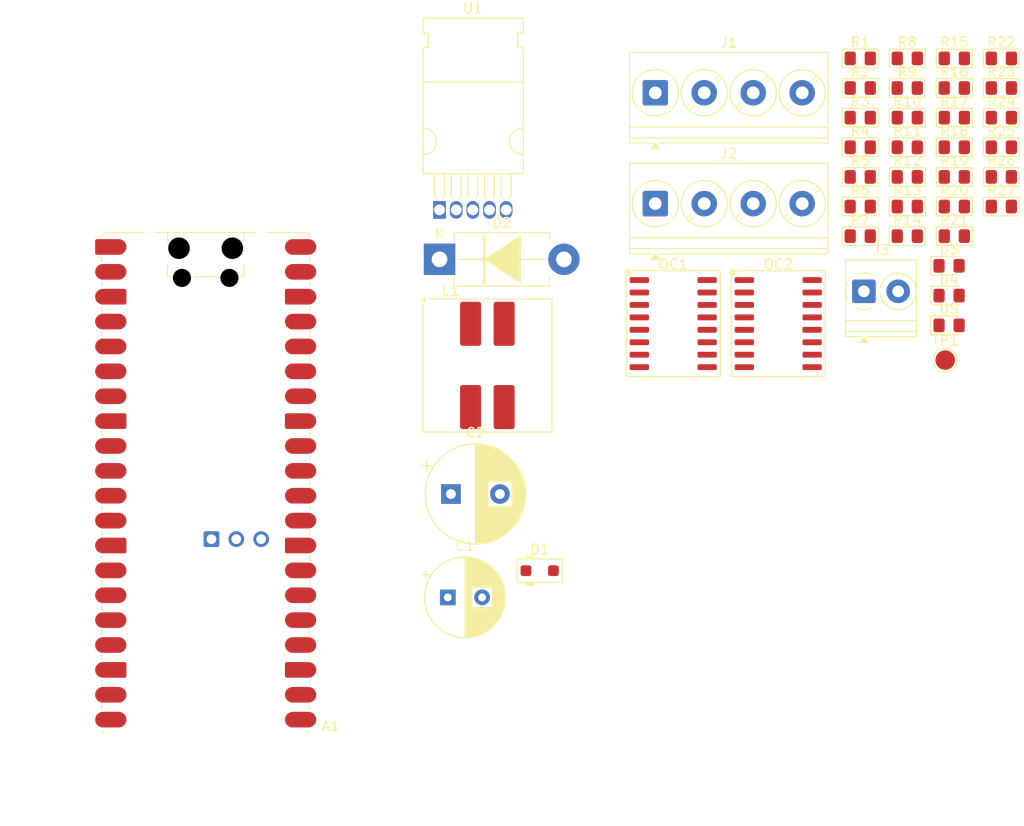
<source format=kicad_pcb>
(kicad_pcb (version 20241229) (generator "pcbnew") (generator_version "9.0")
  (layers (0 "F.Cu" signal) (2 "B.Cu" signal) (13 "F.Paste" user) (15 "B.Paste" user) (5 "F.SilkS" user "F.Silkscreen") (7 "B.SilkS" user "B.Silkscreen") (1 "F.Mask" user) (3 "B.Mask" user) (25 "Edge.Cuts" user))
  (net 0 "")
  (net 1 "SDA1")
  (net 2 "TX")
  (net 3 "RX")
  (net 4 "I1.3")
  (net 5 "GND")
  (net 6 "C0")
  (net 8 "SCL2")
  (net 9 "SCL1")
  (net 10 "Net-(A1-VSYS)")
  (net 11 "ADC2")
  (net 12 "+3.3V")
  (net 13 "I0.0")
  (net 14 "T1")
  (net 15 "I0.1")
  (net 16 "ADC0")
  (net 17 "I0.2")
  (net 18 "C1")
  (net 20 "I1.0")
  (net 21 "ADC1")
  (net 23 "I1.2")
  (net 24 "T3")
  (net 25 "C2")
  (net 26 "C3")
  (net 27 "SDA2")
  (net 28 "T2")
  (net 30 "I0.3")
  (net 31 "SystemLED")
  (net 32 "I1.1")
  (net 33 "T0")
  (net 34 "Net-(D3-K)")
  (net 35 "+24V")
  (net 36 "Net-(D4-K)")
  (net 37 "+5V")
  (net 38 "Net-(D2-K)")
  (net 39 "Net-(L1-Pad2)")
  (net 40 "Net-(D5-A)")
  (net 41 "Net-(J1-Pad1)")
  (net 42 "Net-(J1-Pad3)")
  (net 43 "Net-(J1-Pad4)")
  (net 44 "Net-(J1-Pad2)")
  (net 45 "Net-(J2-Pad3)")
  (net 46 "Net-(J2-Pad1)")
  (net 47 "Net-(J2-Pad2)")
  (net 48 "Net-(J2-Pad4)")
  (net 49 "Net-(J3-Pad1)")
  (net 50 "Net-(J3-Pad2)")
  (net 51 "Net-(OC1-Pad14)")
  (net 52 "Net-(OC1-Pad1)")
  (net 53 "Net-(OC1-Pad3)")
  (net 54 "Net-(OC1-Pad10)")
  (net 55 "Net-(OC1-Pad12)")
  (net 56 "Net-(OC1-Pad7)")
  (net 57 "Net-(OC1-Pad16)")
  (net 58 "Net-(OC1-Pad5)")
  (net 59 "Net-(OC2-Pad10)")
  (net 60 "Net-(OC2-Pad7)")
  (net 61 "Net-(OC2-Pad1)")
  (net 62 "Net-(OC2-Pad5)")
  (net 63 "Net-(OC2-Pad14)")
  (net 64 "Net-(OC2-Pad3)")
  (net 65 "Net-(OC2-Pad16)")
  (net 66 "Net-(OC2-Pad12)")
  (footprint "PCM_Resistor_SMD_AKL:R_0805_2012Metric_Pad1.15x1.40mm_HandSolder" (layer "F.Cu") (at 125.1295 61.3475)
    (property "Reference" "R14" (at 0 -1.65 0) (layer "F.SilkS"))
    (property "Value" "500")
    (pad "1" smd roundrect (at -1.025 0) (size 1.15 1.4) (layers "F.Cu" "F.Mask" "F.Paste") (roundrect_rratio 0.217391) (net 55 "Net-(OC1-Pad12)"))
    (pad "2" smd roundrect (at 1.025 0) (size 1.15 1.4) (layers "F.Cu" "F.Mask" "F.Paste") (roundrect_rratio 0.217391) (net 37 "+5V"))
  )
  (footprint "TestPoint:TestPoint_Pad_D2.0mm" (layer "F.Cu") (at 129 74)
    (property "Reference" "TP1" (at 0 -1.998 0) (layer "F.SilkS"))
    (property "Value" "TestPoint")
    (pad "1" smd circle (at 0 0) (size 2 2) (layers "F.Cu" "F.Mask") (net 37 "+5V"))
  )
  (footprint "PCM_Resistor_SMD_AKL:R_0805_2012Metric_Pad1.15x1.40mm_HandSolder" (layer "F.Cu") (at 129.9325 46.2225)
    (property "Reference" "R16" (at 0 -1.65 0) (layer "F.SilkS"))
    (property "Value" "500")
    (pad "1" smd roundrect (at -1.025 0) (size 1.15 1.4) (layers "F.Cu" "F.Mask" "F.Paste") (roundrect_rratio 0.217391) (net 65 "Net-(OC2-Pad16)"))
    (pad "2" smd roundrect (at 1.025 0) (size 1.15 1.4) (layers "F.Cu" "F.Mask" "F.Paste") (roundrect_rratio 0.217391) (net 37 "+5V"))
  )
  (footprint "PCM_Resistor_SMD_AKL:R_0805_2012Metric_Pad1.15x1.40mm_HandSolder" (layer "F.Cu") (at 120.3265 49.2475)
    (property "Reference" "R3" (at 0 -1.65 0) (layer "F.SilkS"))
    (property "Value" "100")
    (pad "1" smd roundrect (at -1.025 0) (size 1.15 1.4) (layers "F.Cu" "F.Mask" "F.Paste") (roundrect_rratio 0.217391) (net 36 "Net-(D4-K)"))
    (pad "2" smd roundrect (at 1.025 0) (size 1.15 1.4) (layers "F.Cu" "F.Mask" "F.Paste") (roundrect_rratio 0.217391) (net 5 "GND"))
  )
  (footprint "PCM_Resistor_SMD_AKL:R_0805_2012Metric_Pad1.15x1.40mm_HandSolder" (layer "F.Cu") (at 134.7355 43.1975)
    (property "Reference" "R22" (at 0 -1.65 0) (layer "F.SilkS"))
    (property "Value" "500")
    (pad "1" smd roundrect (at -1.025 0) (size 1.15 1.4) (layers "F.Cu" "F.Mask" "F.Paste") (roundrect_rratio 0.217391) (net 17 "I0.2"))
    (pad "2" smd roundrect (at 1.025 0) (size 1.15 1.4) (layers "F.Cu" "F.Mask" "F.Paste") (roundrect_rratio 0.217391) (net 5 "GND"))
  )
  (footprint "PCM_Diode_THT_AKL:D_DO-201AD_P12.70mm_Horizontal" (layer "F.Cu") (at 77.375 63.715)
    (property "Reference" "D2" (at 6.35 -3.72 0) (layer "F.SilkS"))
    (property "Value" "1N5822" (hide yes))
    (fp_text user "K" (at 0 -2.6 0) (layer "F.SilkS"))
    (pad "1" thru_hole rect (at 0 0) (size 3.2 3.2) (drill 1.6) (layers "*.Cu" "*.Mask") (net 38 "Net-(D2-K)"))
    (pad "2" thru_hole oval (at 12.7 0) (size 3.2 3.2) (drill 1.6) (layers "*.Cu" "*.Mask") (net 5 "GND"))
  )
  (footprint "Capacitor_THT:CP_Radial_D10.0mm_P5.00mm" (layer "F.Cu") (at 78.539646 87.675)
    (property "Reference" "C2" (at 2.5 -6.25 0) (layer "F.SilkS"))
    (property "Value" "1000uF_16V")
    (pad "1" thru_hole rect (at 0 0) (size 2 2) (drill 1) (layers "*.Cu" "*.Mask") (net 37 "+5V"))
    (pad "2" thru_hole circle (at 5 0) (size 2 2) (drill 1) (layers "*.Cu" "*.Mask") (net 5 "GND"))
  )
  (footprint "PCM_Resistor_SMD_AKL:R_0805_2012Metric_Pad1.15x1.40mm_HandSolder" (layer "F.Cu") (at 125.1295 52.2725)
    (property "Reference" "R11" (at 0 -1.65 0) (layer "F.SilkS"))
    (property "Value" "3.3k")
    (pad "1" smd roundrect (at -1.025 0) (size 1.15 1.4) (layers "F.Cu" "F.Mask" "F.Paste") (roundrect_rratio 0.217391) (net 46 "Net-(J2-Pad1)"))
    (pad "2" smd roundrect (at 1.025 0) (size 1.15 1.4) (layers "F.Cu" "F.Mask" "F.Paste") (roundrect_rratio 0.217391) (net 60 "Net-(OC2-Pad7)"))
  )
  (footprint "LED_SMD:LED_0805_2012Metric_Pad1.15x1.40mm_HandSolder" (layer "F.Cu") (at 129.395 67.415)
    (property "Reference" "D4" (at 0 -1.65 0) (layer "F.SilkS"))
    (property "Value" "System LED (Green)")
    (pad "1" smd roundrect (at -1.025 0) (size 1.15 1.4) (layers "F.Cu" "F.Mask" "F.Paste") (roundrect_rratio 0.217391) (net 36 "Net-(D4-K)"))
    (pad "2" smd roundrect (at 1.025 0) (size 1.15 1.4) (layers "F.Cu" "F.Mask" "F.Paste") (roundrect_rratio 0.217391) (net 31 "SystemLED"))
  )
  (footprint "PCM_Inductor_SMD_AKL:L_Bourns_SRF1260" (layer "F.Cu") (at 82.2555 74.5455)
    (property "Reference" "L1" (at -3.75 -7.6 0) (layer "F.SilkS"))
    (property "Value" "DRQ127-101-R" (hide yes))
    (pad "1" smd roundrect (at -1.715 -4.25) (size 2.15 4.5) (layers "F.Cu" "F.Mask" "F.Paste") (roundrect_rratio 0.1162790698) (net 38 "Net-(D2-K)"))
    (pad "2" smd roundrect (at 1.715 -4.25) (size 2.15 4.5) (layers "F.Cu" "F.Mask" "F.Paste") (roundrect_rratio 0.1162790698) (net 39 "Net-(L1-Pad2)"))
    (pad "3" smd roundrect (at 1.715 4.25) (size 2.15 4.5) (layers "F.Cu" "F.Mask" "F.Paste") (roundrect_rratio 0.1162790698) (net 39 "Net-(L1-Pad2)"))
    (pad "4" smd roundrect (at -1.715 4.25) (size 2.15 4.5) (layers "F.Cu" "F.Mask" "F.Paste") (roundrect_rratio 0.1162790698) (net 37 "+5V"))
  )
  (footprint "PCM_Resistor_SMD_AKL:R_0805_2012Metric_Pad1.15x1.40mm_HandSolder" (layer "F.Cu") (at 120.3265 58.3225)
    (property "Reference" "R6" (at 0 -1.65 0) (layer "F.SilkS"))
    (property "Value" "3.3k")
    (pad "1" smd roundrect (at -1.025 0) (size 1.15 1.4) (layers "F.Cu" "F.Mask" "F.Paste") (roundrect_rratio 0.217391) (net 44 "Net-(J1-Pad2)"))
    (pad "2" smd roundrect (at 1.025 0) (size 1.15 1.4) (layers "F.Cu" "F.Mask" "F.Paste") (roundrect_rratio 0.217391) (net 58 "Net-(OC1-Pad5)"))
  )
  (footprint "TerminalBlock_Phoenix:TerminalBlock_Phoenix_PT-1,5-2-3.5-H_1x02_P3.50mm_Horizontal" (layer "F.Cu") (at 120.7 66.98)
    (property "Reference" "J3" (at 1.75 -4.22 0) (layer "F.SilkS"))
    (property "Value" "Common terminals")
    (pad "1" thru_hole roundrect (at 0 0) (size 2.4 2.4) (drill 1.2) (layers "*.Cu" "*.Mask") (roundrect_rratio 0.104167) (net 49 "Net-(J3-Pad1)"))
    (pad "2" thru_hole circle (at 3.5 0) (size 2.4 2.4) (drill 1.2) (layers "*.Cu" "*.Mask") (net 50 "Net-(J3-Pad2)"))
  )
  (footprint "LED_SMD:LED_0805_2012Metric_Pad1.15x1.40mm_HandSolder" (layer "F.Cu") (at 129.395 70.455)
    (property "Reference" "D5" (at 0 -1.65 0) (layer "F.SilkS"))
    (property "Value" "System LED (Red)")
    (pad "1" smd roundrect (at -1.025 0) (size 1.15 1.4) (layers "F.Cu" "F.Mask" "F.Paste") (roundrect_rratio 0.217391) (net 31 "SystemLED"))
    (pad "2" smd roundrect (at 1.025 0) (size 1.15 1.4) (layers "F.Cu" "F.Mask" "F.Paste") (roundrect_rratio 0.217391) (net 40 "Net-(D5-A)"))
  )
  (footprint "PCM_Resistor_SMD_AKL:R_0805_2012Metric_Pad1.15x1.40mm_HandSolder" (layer "F.Cu") (at 134.7355 58.3225)
    (property "Reference" "R27" (at 0 -1.65 0) (layer "F.SilkS"))
    (property "Value" "500")
    (pad "1" smd roundrect (at -1.025 0) (size 1.15 1.4) (layers "F.Cu" "F.Mask" "F.Paste") (roundrect_rratio 0.217391) (net 4 "I1.3"))
    (pad "2" smd roundrect (at 1.025 0) (size 1.15 1.4) (layers "F.Cu" "F.Mask" "F.Paste") (roundrect_rratio 0.217391) (net 5 "GND"))
  )
  (footprint "PCM_Resistor_SMD_AKL:R_0805_2012Metric_Pad1.15x1.40mm_HandSolder" (layer "F.Cu") (at 125.1295 55.2975)
    (property "Reference" "R12" (at 0 -1.65 0) (layer "F.SilkS"))
    (property "Value" "500")
    (pad "1" smd roundrect (at -1.025 0) (size 1.15 1.4) (layers "F.Cu" "F.Mask" "F.Paste") (roundrect_rratio 0.217391) (net 57 "Net-(OC1-Pad16)"))
    (pad "2" smd roundrect (at 1.025 0) (size 1.15 1.4) (layers "F.Cu" "F.Mask" "F.Paste") (roundrect_rratio 0.217391) (net 37 "+5V"))
  )
  (footprint "TerminalBlock_Phoenix:TerminalBlock_Phoenix_PT-1,5-4-5.0-H_1x04_P5.00mm_Horizontal" (layer "F.Cu") (at 99.4 58.025)
    (property "Reference" "J2" (at 7.5 -5.12 0) (layer "F.SilkS"))
    (property "Value" "Input cluster 1")
    (pad "1" thru_hole roundrect (at 0 0) (size 2.6 2.6) (drill 1.3) (layers "*.Cu" "*.Mask") (roundrect_rratio 0.096154) (net 46 "Net-(J2-Pad1)"))
    (pad "2" thru_hole circle (at 5 0) (size 2.6 2.6) (drill 1.3) (layers "*.Cu" "*.Mask") (net 47 "Net-(J2-Pad2)"))
    (pad "3" thru_hole circle (at 10 0) (size 2.6 2.6) (drill 1.3) (layers "*.Cu" "*.Mask") (net 45 "Net-(J2-Pad3)"))
    (pad "4" thru_hole circle (at 15 0) (size 2.6 2.6) (drill 1.3) (layers "*.Cu" "*.Mask") (net 48 "Net-(J2-Pad4)"))
  )
  (footprint "PCM_Resistor_SMD_AKL:R_0805_2012Metric_Pad1.15x1.40mm_HandSolder" (layer "F.Cu") (at 120.3265 43.1975)
    (property "Reference" "R1" (at 0 -1.65 0) (layer "F.SilkS"))
    (property "Value" "220")
    (pad "1" smd roundrect (at -1.025 0) (size 1.15 1.4) (layers "F.Cu" "F.Mask" "F.Paste") (roundrect_rratio 0.217391) (net 34 "Net-(D3-K)"))
    (pad "2" smd roundrect (at 1.025 0) (size 1.15 1.4) (layers "F.Cu" "F.Mask" "F.Paste") (roundrect_rratio 0.217391) (net 5 "GND"))
  )
  (footprint "PCM_Resistor_SMD_AKL:R_0805_2012Metric_Pad1.15x1.40mm_HandSolder" (layer "F.Cu") (at 134.7355 46.2225)
    (property "Reference" "R23" (at 0 -1.65 0) (layer "F.SilkS"))
    (property "Value" "500")
    (pad "1" smd roundrect (at -1.025 0) (size 1.15 1.4) (layers "F.Cu" "F.Mask" "F.Paste") (roundrect_rratio 0.217391) (net 30 "I0.3"))
    (pad "2" smd roundrect (at 1.025 0) (size 1.15 1.4) (layers "F.Cu" "F.Mask" "F.Paste") (roundrect_rratio 0.217391) (net 5 "GND"))
  )
  (footprint "Capacitor_THT:CP_Radial_D8.0mm_P3.50mm" (layer "F.Cu") (at 78.219698 98.225)
    (property "Reference" "C1" (at 1.75 -5.25 0) (layer "F.SilkS"))
    (property "Value" "100uF_50V")
    (pad "1" thru_hole rect (at 0 0) (size 1.6 1.6) (drill 0.8) (layers "*.Cu" "*.Mask") (net 35 "+24V"))
    (pad "2" thru_hole circle (at 3.5 0) (size 1.6 1.6) (drill 0.8) (layers "*.Cu" "*.Mask") (net 5 "GND"))
  )
  (footprint "PCM_Resistor_SMD_AKL:R_0805_2012Metric_Pad1.15x1.40mm_HandSolder" (layer "F.Cu") (at 134.7355 49.2475)
    (property "Reference" "R24" (at 0 -1.65 0) (layer "F.SilkS"))
    (property "Value" "500")
    (pad "1" smd roundrect (at -1.025 0) (size 1.15 1.4) (layers "F.Cu" "F.Mask" "F.Paste") (roundrect_rratio 0.217391) (net 20 "I1.0"))
    (pad "2" smd roundrect (at 1.025 0) (size 1.15 1.4) (layers "F.Cu" "F.Mask" "F.Paste") (roundrect_rratio 0.217391) (net 5 "GND"))
  )
  (footprint "TerminalBlock_Phoenix:TerminalBlock_Phoenix_PT-1,5-4-5.0-H_1x04_P5.00mm_Horizontal" (layer "F.Cu") (at 99.4 46.71)
    (property "Reference" "J1" (at 7.5 -5.12 0) (layer "F.SilkS"))
    (property "Value" "Input cluster 0")
    (pad "1" thru_hole roundrect (at 0 0) (size 2.6 2.6) (drill 1.3) (layers "*.Cu" "*.Mask") (roundrect_rratio 0.096154) (net 41 "Net-(J1-Pad1)"))
    (pad "2" thru_hole circle (at 5 0) (size 2.6 2.6) (drill 1.3) (layers "*.Cu" "*.Mask") (net 44 "Net-(J1-Pad2)"))
    (pad "3" thru_hole circle (at 10 0) (size 2.6 2.6) (drill 1.3) (layers "*.Cu" "*.Mask") (net 42 "Net-(J1-Pad3)"))
    (pad "4" thru_hole circle (at 15 0) (size 2.6 2.6) (drill 1.3) (layers "*.Cu" "*.Mask") (net 43 "Net-(J1-Pad4)"))
  )
  (footprint "PCM_Resistor_SMD_AKL:R_0805_2012Metric_Pad1.15x1.40mm_HandSolder" (layer "F.Cu") (at 129.9325 43.1975)
    (property "Reference" "R15" (at 0 -1.65 0) (layer "F.SilkS"))
    (property "Value" "500")
    (pad "1" smd roundrect (at -1.025 0) (size 1.15 1.4) (layers "F.Cu" "F.Mask" "F.Paste") (roundrect_rratio 0.217391) (net 54 "Net-(OC1-Pad10)"))
    (pad "2" smd roundrect (at 1.025 0) (size 1.15 1.4) (layers "F.Cu" "F.Mask" "F.Paste") (roundrect_rratio 0.217391) (net 37 "+5V"))
  )
  (footprint "PCM_Resistor_SMD_AKL:R_0805_2012Metric_Pad1.15x1.40mm_HandSolder" (layer "F.Cu") (at 125.1295 46.2225)
    (property "Reference" "R9" (at 0 -1.65 0) (layer "F.SilkS"))
    (property "Value" "3.3k")
    (pad "1" smd roundrect (at -1.025 0) (size 1.15 1.4) (layers "F.Cu" "F.Mask" "F.Paste") (roundrect_rratio 0.217391) (net 45 "Net-(J2-Pad3)"))
    (pad "2" smd roundrect (at 1.025 0) (size 1.15 1.4) (layers "F.Cu" "F.Mask" "F.Paste") (roundrect_rratio 0.217391) (net 64 "Net-(OC2-Pad3)"))
  )
  (footprint "PCM_Resistor_SMD_AKL:R_0805_2012Metric_Pad1.15x1.40mm_HandSolder" (layer "F.Cu") (at 129.9325 58.3225)
    (property "Reference" "R20" (at 0 -1.65 0) (layer "F.SilkS"))
    (property "Value" "500")
    (pad "1" smd roundrect (at -1.025 0) (size 1.15 1.4) (layers "F.Cu" "F.Mask" "F.Paste") (roundrect_rratio 0.217391) (net 13 "I0.0"))
    (pad "2" smd roundrect (at 1.025 0) (size 1.15 1.4) (layers "F.Cu" "F.Mask" "F.Paste") (roundrect_rratio 0.217391) (net 5 "GND"))
  )
  (footprint "PCM_Resistor_SMD_AKL:R_0805_2012Metric_Pad1.15x1.40mm_HandSolder" (layer "F.Cu") (at 120.3265 61.3475)
    (property "Reference" "R7" (at 0 -1.65 0) (layer "F.SilkS"))
    (property "Value" "3.3k")
    (pad "1" smd roundrect (at -1.025 0) (size 1.15 1.4) (layers "F.Cu" "F.Mask" "F.Paste") (roundrect_rratio 0.217391) (net 41 "Net-(J1-Pad1)"))
    (pad "2" smd roundrect (at 1.025 0) (size 1.15 1.4) (layers "F.Cu" "F.Mask" "F.Paste") (roundrect_rratio 0.217391) (net 56 "Net-(OC1-Pad7)"))
  )
  (footprint "PCM_Resistor_SMD_AKL:R_0805_2012Metric_Pad1.15x1.40mm_HandSolder" (layer "F.Cu") (at 125.1295 43.1975)
    (property "Reference" "R8" (at 0 -1.65 0) (layer "F.SilkS"))
    (property "Value" "3.3k")
    (pad "1" smd roundrect (at -1.025 0) (size 1.15 1.4) (layers "F.Cu" "F.Mask" "F.Paste") (roundrect_rratio 0.217391) (net 48 "Net-(J2-Pad4)"))
    (pad "2" smd roundrect (at 1.025 0) (size 1.15 1.4) (layers "F.Cu" "F.Mask" "F.Paste") (roundrect_rratio 0.217391) (net 61 "Net-(OC2-Pad1)"))
  )
  (footprint "PCM_Resistor_SMD_AKL:R_0805_2012Metric_Pad1.15x1.40mm_HandSolder" (layer "F.Cu") (at 134.7355 52.2725)
    (property "Reference" "R25" (at 0 -1.65 0) (layer "F.SilkS"))
    (property "Value" "500")
    (pad "1" smd roundrect (at -1.025 0) (size 1.15 1.4) (layers "F.Cu" "F.Mask" "F.Paste") (roundrect_rratio 0.217391) (net 32 "I1.1"))
    (pad "2" smd roundrect (at 1.025 0) (size 1.15 1.4) (layers "F.Cu" "F.Mask" "F.Paste") (roundrect_rratio 0.217391) (net 5 "GND"))
  )
  (footprint "Module:RaspberryPi_Pico_W_SMD_HandSolder" (layer "F.Cu") (at 53.5 86.58)
    (property "Reference" "A1" (at 11.7475 24.765 0) (layer "F.SilkS") (effects (justify left)))
    (property "Value" "RaspberryPi_Pico_W")
    (pad "" smd rect (at -8.89 -24.13) (size 3.8 2.2) (drill (offset -0.8 0)) (layers "F.Paste"))
    (pad "" smd rect (at -8.89 -21.59) (size 3.8 2.2) (drill (offset -0.8 0)) (layers "F.Paste"))
    (pad "" smd rect (at -8.89 -19.05) (size 3.8 2.2) (drill (offset -0.8 0)) (layers "F.Paste"))
    (pad "" smd rect (at -8.89 -16.51) (size 3.8 2.2) (drill (offset -0.8 0)) (layers "F.Paste"))
    (pad "" smd rect (at -8.89 -13.97) (size 3.8 2.2) (drill (offset -0.8 0)) (layers "F.Paste"))
    (pad "" smd rect (at -8.89 -11.43) (size 3.8 2.2) (drill (offset -0.8 0)) (layers "F.Paste"))
    (pad "" smd rect (at -8.89 -8.89) (size 3.8 2.2) (drill (offset -0.8 0)) (layers "F.Paste"))
    (pad "" smd rect (at -8.89 -6.35) (size 3.8 2.2) (drill (offset -0.8 0)) (layers "F.Paste"))
    (pad "" smd rect (at -8.89 -3.81) (size 3.8 2.2) (drill (offset -0.8 0)) (layers "F.Paste"))
    (pad "" smd rect (at -8.89 -1.27) (size 3.8 2.2) (drill (offset -0.8 0)) (layers "F.Paste"))
    (pad "" smd rect (at -8.89 1.27) (size 3.8 2.2) (drill (offset -0.8 0)) (layers "F.Paste"))
    (pad "" smd rect (at -8.89 3.81) (size 3.8 2.2) (drill (offset -0.8 0)) (layers "F.Paste"))
    (pad "" smd rect (at -8.89 6.35) (size 3.8 2.2) (drill (offset -0.8 0)) (layers "F.Paste"))
    (pad "" smd rect (at -8.89 8.89) (size 3.8 2.2) (drill (offset -0.8 0)) (layers "F.Paste"))
    (pad "" smd rect (at -8.89 11.43) (size 3.8 2.2) (drill (offset -0.8 0)) (layers "F.Paste"))
    (pad "" smd rect (at -8.89 13.97) (size 3.8 2.2) (drill (offset -0.8 0)) (layers "F.Paste"))
    (pad "" smd rect (at -8.89 16.51) (size 3.8 2.2) (drill (offset -0.8 0)) (layers "F.Paste"))
    (pad "" smd rect (at -8.89 19.05) (size 3.8 2.2) (drill (offset -0.8 0)) (layers "F.Paste"))
    (pad "" smd rect (at -8.89 21.59) (size 3.8 2.2) (drill (offset -0.8 0)) (layers "F.Paste"))
    (pad "" smd rect (at -8.89 24.13) (size 3.8 2.2) (drill (offset -0.8 0)) (layers "F.Paste"))
    (pad "" np_thru_hole circle (at -2.725 -24) (size 2.2 2.2) (drill 2.2) (layers "*.Mask"))
    (pad "" np_thru_hole circle (at -2.425 -20.97) (size 1.85 1.85) (drill 1.85) (layers "*.Mask"))
    (pad "" np_thru_hole circle (at 2.425 -20.97) (size 1.85 1.85) (drill 1.85) (layers "*.Mask"))
    (pad "" np_thru_hole circle (at 2.725 -24) (size 2.2 2.2) (drill 2.2) (layers "*.Mask"))
    (pad "" smd rect (at 8.89 -24.13) (size 3.8 2.2) (drill (offset 0.8 0)) (layers "F.Paste"))
    (pad "" smd rect (at 8.89 -21.59) (size 3.8 2.2) (drill (offset 0.8 0)) (layers "F.Paste"))
    (pad "" smd rect (at 8.89 -19.05) (size 3.8 2.2) (drill (offset 0.8 0)) (layers "F.Paste"))
    (pad "" smd rect (at 8.89 -16.51) (size 3.8 2.2) (drill (offset 0.8 0)) (layers "F.Paste"))
    (pad "" smd rect (at 8.89 -13.97) (size 3.8 2.2) (drill (offset 0.8 0)) (layers "F.Paste"))
    (pad "" smd rect (at 8.89 -11.43) (size 3.8 2.2) (drill (offset 0.8 0)) (layers "F.Paste"))
    (pad "" smd rect (at 8.89 -8.89) (size 3.8 2.2) (drill (offset 0.8 0)) (layers "F.Paste"))
    (pad "" smd rect (at 8.89 -6.35) (size 3.8 2.2) (drill (offset 0.8 0)) (layers "F.Paste"))
    (pad "" smd rect (at 8.89 -3.81) (size 3.8 2.2) (drill (offset 0.8 0)) (layers "F.Paste"))
    (pad "" smd rect (at 8.89 -1.27) (size 3.8 2.2) (drill (offset 0.8 0)) (layers "F.Paste"))
    (pad "" smd rect (at 8.89 1.27) (size 3.8 2.2) (drill (offset 0.8 0)) (layers "F.Paste"))
    (pad "" smd rect (at 8.89 3.81) (size 3.8 2.2) (drill (offset 0.8 0)) (layers "F.Paste"))
    (pad "" smd rect (at 8.89 6.35) (size 3.8 2.2) (drill (offset 0.8 0)) (layers "F.Paste"))
    (pad "" smd rect (at 8.89 8.89) (size 3.8 2.2) (drill (offset 0.8 0)) (layers "F.Paste"))
    (pad "" smd rect (at 8.89 11.43) (size 3.8 2.2) (drill (offset 0.8 0)) (layers "F.Paste"))
    (pad "" smd rect (at 8.89 13.97) (size 3.8 2.2) (drill (offset 0.8 0)) (layers "F.Paste"))
    (pad "" smd rect (at 8.89 16.51) (size 3.8 2.2) (drill (offset 0.8 0)) (layers "F.Paste"))
    (pad "" smd rect (at 8.89 19.05) (size 3.8 2.2) (drill (offset 0.8 0)) (layers "F.Paste"))
    (pad "" smd rect (at 8.89 21.59) (size 3.8 2.2) (drill (offset 0.8 0)) (layers "F.Paste"))
    (pad "" smd rect (at 8.89 24.13) (size 3.8 2.2) (drill (offset 0.8 0)) (layers "F.Paste"))
    (pad "1" smd custom (at -9.69 -24.13) (size 1.6 0.8) (layers "F.Cu" "F.Mask") (net 2 "TX") (options (clearance outline) (anchor rect)) (primitives (gr_circle (center 0.8 0) (end 1.6 0) (width 0) (fill yes)) (gr_poly (pts (xy -1.6 -0.6) (xy -1.6 0.6) (xy -1.4 0.8) (xy 0.8 0.8) (xy 0.8 -0.8) (xy -1.4 -0.8)) (width 0) (fill yes)) (gr_circle (center -1.4 -0.6) (end -1.2 -0.6) (width 0) (fill yes)) (gr_circle (center -1.4 0.6) (end -1.2 0.6) (width 0) (fill yes))))
    (pad "2" smd roundrect (at -9.69 -21.59) (size 3.2 1.6) (layers "F.Cu" "F.Mask") (roundrect_rratio 0.5) (net 3 "RX"))
    (pad "3" smd custom (at -9.69 -19.05) (size 1.6 0.8) (layers "F.Cu" "F.Mask") (net 5 "GND") (options (clearance outline) (anchor rect)) (primitives (gr_circle (center -0.8 0) (end 0 0) (width 0) (fill yes)) (gr_poly (pts (xy 1.6 -0.6) (xy 1.6 0.6) (xy 1.4 0.8) (xy -0.8 0.8) (xy -0.8 -0.8) (xy 1.4 -0.8)) (width 0) (fill yes)) (gr_circle (center 1.4 -0.6) (end 1.6 -0.6) (width 0) (fill yes)) (gr_circle (center 1.4 0.6) (end 1.6 0.6) (width 0) (fill yes))))
    (pad "4" smd roundrect (at -9.69 -16.51) (size 3.2 1.6) (layers "F.Cu" "F.Mask") (roundrect_rratio 0.5) (net 27 "SDA2"))
    (pad "5" smd roundrect (at -9.69 -13.97) (size 3.2 1.6) (layers "F.Cu" "F.Mask") (roundrect_rratio 0.5) (net 8 "SCL2"))
    (pad "6" smd roundrect (at -9.69 -11.43) (size 3.2 1.6) (layers "F.Cu" "F.Mask") (roundrect_rratio 0.5) (net 1 "SDA1"))
    (pad "7" smd roundrect (at -9.69 -8.89) (size 3.2 1.6) (layers "F.Cu" "F.Mask") (roundrect_rratio 0.5) (net 9 "SCL1"))
    (pad "8" smd custom (at -9.69 -6.35) (size 1.6 0.8) (layers "F.Cu" "F.Mask") (net 5 "GND") (options (clearance outline) (anchor rect)) (primitives (gr_circle (center -0.8 0) (end 0 0) (width 0) (fill yes)) (gr_poly (pts (xy 1.6 -0.6) (xy 1.6 0.6) (xy 1.4 0.8) (xy -0.8 0.8) (xy -0.8 -0.8) (xy 1.4 -0.8)) (width 0) (fill yes)) (gr_circle (center 1.4 -0.6) (end 1.6 -0.6) (width 0) (fill yes)) (gr_circle (center 1.4 0.6) (end 1.6 0.6) (width 0) (fill yes))))
    (pad "9" smd roundrect (at -9.69 -3.81) (size 3.2 1.6) (layers "F.Cu" "F.Mask") (roundrect_rratio 0.5) (net 33 "T0"))
    (pad "10" smd roundrect (at -9.69 -1.27) (size 3.2 1.6) (layers "F.Cu" "F.Mask") (roundrect_rratio 0.5) (net 14 "T1"))
    (pad "11" smd roundrect (at -9.69 1.27) (size 3.2 1.6) (layers "F.Cu" "F.Mask") (roundrect_rratio 0.5) (net 28 "T2"))
    (pad "12" smd roundrect (at -9.69 3.81) (size 3.2 1.6) (layers "F.Cu" "F.Mask") (roundrect_rratio 0.5) (net 24 "T3"))
    (pad "13" smd custom (at -9.69 6.35) (size 1.6 0.8) (layers "F.Cu" "F.Mask") (net 5 "GND") (options (clearance outline) (anchor rect)) (primitives (gr_circle (center -0.8 0) (end 0 0) (width 0) (fill yes)) (gr_poly (pts (xy 1.6 -0.6) (xy 1.6 0.6) (xy 1.4 0.8) (xy -0.8 0.8) (xy -0.8 -0.8) (xy 1.4 -0.8)) (width 0) (fill yes)) (gr_circle (center 1.4 -0.6) (end 1.6 -0.6) (width 0) (fill yes)) (gr_circle (center 1.4 0.6) (end 1.6 0.6) (width 0) (fill yes))))
    (pad "14" smd roundrect (at -9.69 8.89) (size 3.2 1.6) (layers "F.Cu" "F.Mask") (roundrect_rratio 0.5) (net 6 "C0"))
    (pad "15" smd roundrect (at -9.69 11.43) (size 3.2 1.6) (layers "F.Cu" "F.Mask") (roundrect_rratio 0.5) (net 18 "C1"))
    (pad "16" smd roundrect (at -9.69 13.97) (size 3.2 1.6) (layers "F.Cu" "F.Mask") (roundrect_rratio 0.5) (net 25 "C2"))
    (pad "17" smd roundrect (at -9.69 16.51) (size 3.2 1.6) (layers "F.Cu" "F.Mask") (roundrect_rratio 0.5) (net 26 "C3"))
    (pad "18" smd custom (at -9.69 19.05) (size 1.6 0.8) (layers "F.Cu" "F.Mask") (net 5 "GND") (options (clearance outline) (anchor rect)) (primitives (gr_circle (center -0.8 0) (end 0 0) (width 0) (fill yes)) (gr_poly (pts (xy 1.6 -0.6) (xy 1.6 0.6) (xy 1.4 0.8) (xy -0.8 0.8) (xy -0.8 -0.8) (xy 1.4 -0.8)) (width 0) (fill yes)) (gr_circle (center 1.4 -0.6) (end 1.6 -0.6) (width 0) (fill yes)) (gr_circle (center 1.4 0.6) (end 1.6 0.6) (width 0) (fill yes))))
    (pad "19" smd roundrect (at -9.69 21.59) (size 3.2 1.6) (layers "F.Cu" "F.Mask") (roundrect_rratio 0.5) (net 13 "I0.0"))
    (pad "20" smd roundrect (at -9.69 24.13) (size 3.2 1.6) (layers "F.Cu" "F.Mask") (roundrect_rratio 0.5) (net 15 "I0.1"))
    (pad "21" smd roundrect (at 9.69 24.13) (size 3.2 1.6) (layers "F.Cu" "F.Mask") (roundrect_rratio 0.5) (net 17 "I0.2"))
    (pad "22" smd roundrect (at 9.69 21.59) (size 3.2 1.6) (layers "F.Cu" "F.Mask") (roundrect_rratio 0.5) (net 30 "I0.3"))
    (pad "23" smd custom (at 9.69 19.05) (size 1.6 0.8) (layers "F.Cu" "F.Mask") (net 5 "GND") (options (clearance outline) (anchor rect)) (primitives (gr_circle (center 0.8 0) (end 1.6 0) (width 0) (fill yes)) (gr_poly (pts (xy -1.6 -0.6) (xy -1.6 0.6) (xy -1.4 0.8) (xy 0.8 0.8) (xy 0.8 -0.8) (xy -1.4 -0.8)) (width 0) (fill yes)) (gr_circle (center -1.4 -0.6) (end -1.2 -0.6) (width 0) (fill yes)) (gr_circle (center -1.4 0.6) (end -1.2 0.6) (width 0) (fill yes))))
    (pad "24" smd roundrect (at 9.69 16.51) (size 3.2 1.6) (layers "F.Cu" "F.Mask") (roundrect_rratio 0.5) (net 20 "I1.0"))
    (pad "25" smd roundrect (at 9.69 13.97) (size 3.2 1.6) (layers "F.Cu" "F.Mask") (roundrect_rratio 0.5) (net 32 "I1.1"))
    (pad "26" smd roundrect (at 9.69 11.43) (size 3.2 1.6) (layers "F.Cu" "F.Mask") (roundrect_rratio 0.5) (net 23 "I1.2"))
    (pad "27" smd roundrect (at 9.69 8.89) (size 3.2 1.6) (layers "F.Cu" "F.Mask") (roundrect_rratio 0.5) (net 4 "I1.3"))
    (pad "28" smd custom (at 9.69 6.35) (size 1.6 0.8) (layers "F.Cu" "F.Mask") (net 5 "GND") (options (clearance outline) (anchor rect)) (primitives (gr_circle (center 0.8 0) (end 1.6 0) (width 0) (fill yes)) (gr_poly (pts (xy -1.6 -0.6) (xy -1.6 0.6) (xy -1.4 0.8) (xy 0.8 0.8) (xy 0.8 -0.8) (xy -1.4 -0.8)) (width 0) (fill yes)) (gr_circle (center -1.4 -0.6) (end -1.2 -0.6) (width 0) (fill yes)) (gr_circle (center -1.4 0.6) (end -1.2 0.6) (width 0) (fill yes))))
    (pad "29" smd roundrect (at 9.69 3.81) (size 3.2 1.6) (layers "F.Cu" "F.Mask") (roundrect_rratio 0.5) (net 31 "SystemLED"))
    (pad "30" smd roundrect (at 9.69 1.27) (size 3.2 1.6) (layers "F.Cu" "F.Mask") (roundrect_rratio 0.5))
    (pad "31" smd roundrect (at 9.69 -1.27) (size 3.2 1.6) (layers "F.Cu" "F.Mask") (roundrect_rratio 0.5) (net 16 "ADC0"))
    (pad "32" smd roundrect (at 9.69 -3.81) (size 3.2 1.6) (layers "F.Cu" "F.Mask") (roundrect_rratio 0.5) (net 21 "ADC1"))
    (pad "33" smd custom (at 9.69 -6.35) (size 1.6 0.8) (layers "F.Cu" "F.Mask") (net 5 "GND") (options (clearance outline) (anchor rect)) (primitives (gr_circle (center 0.8 0) (end 1.6 0) (width 0) (fill yes)) (gr_poly (pts (xy -1.6 -0.6) (xy -1.6 0.6) (xy -1.4 0.8) (xy 0.8 0.8) (xy 0.8 -0.8) (xy -1.4 -0.8)) (width 0) (fill yes)) (gr_circle (center -1.4 -0.6) (end -1.2 -0.6) (width 0) (fill yes)) (gr_circle (center -1.4 0.6) (end -1.2 0.6) (width 0) (fill yes))))
    (pad "34" smd roundrect (at 9.69 -8.89) (size 3.2 1.6) (layers "F.Cu" "F.Mask") (roundrect_rratio 0.5) (net 11 "ADC2"))
    (pad "35" smd roundrect (at 9.69 -11.43) (size 3.2 1.6) (layers "F.Cu" "F.Mask") (roundrect_rratio 0.5))
    (pad "36" smd roundrect (at 9.69 -13.97) (size 3.2 1.6) (layers "F.Cu" "F.Mask") (roundrect_rratio 0.5) (net 12 "+3.3V"))
    (pad "37" smd roundrect (at 9.69 -16.51) (size 3.2 1.6) (layers "F.Cu" "F.Mask") (roundrect_rratio 0.5))
    (pad "38" smd custom (at 9.69 -19.05) (size 1.6 0.8) (layers "F.Cu" "F.Mask") (net 5 "GND") (options (clearance outline) (anchor rect)) (primitives (gr_circle (center 0.8 0) (end 1.6 0) (width 0) (fill yes)) (gr_poly (pts (xy -1.6 -0.6) (xy -1.6 0.6) (xy -1.4 0.8) (xy 0.8 0.8) (xy 0.8 -0.8) (xy -1.4 -0.8)) (width 0) (fill yes)) (gr_circle (center -1.4 -0.6) (end -1.2 -0.6) (width 0) (fill yes)) (gr_circle (center -1.4 0.6) (end -1.2 0.6) (width 0) (fill yes))))
    (pad "39" smd roundrect (at 9.69 -21.59) (size 3.2 1.6) (layers "F.Cu" "F.Mask") (roundrect_rratio 0.5) (net 10 "Net-(A1-VSYS)"))
    (pad "40" smd roundrect (at 9.69 -24.13) (size 3.2 1.6) (layers "F.Cu" "F.Mask") (roundrect_rratio 0.5))
    (pad "D1" thru_hole roundrect (at 0.5841 5.7) (size 1.6 1.6) (drill 1) (layers "*.Cu" "*.Mask") (roundrect_rratio 0.125))
    (pad "D2" thru_hole circle (at 3.1241 5.7) (size 1.6 1.6) (drill 1) (layers "*.Cu" "*.Mask"))
    (pad "D3" thru_hole circle (at 5.6641 5.7) (size 1.6 1.6) (drill 1) (layers "*.Cu" "*.Mask"))
  )
  (footprint "PCM_Package_TO_SOT_THT_AKL:TO-220-5_Horizontal_TabDown" (layer "F.Cu") (at 77.375 58.665)
    (property "Reference" "U1" (at 3.4 -20.58 0) (layer "F.SilkS"))
    (property "Value" "LM2576T-5" (hide yes))
    (pad "" np_thru_hole oval (at 3.4 -16.66) (size 3.5 3.5) (drill 3.5) (layers "*.Cu" "*.Mask"))
    (pad "1" thru_hole rect (at 0 0) (size 1.275 1.8) (drill 1.1) (layers "*.Cu" "*.Mask") (net 35 "+24V"))
    (pad "2" thru_hole oval (at 1.7 0) (size 1.275 1.8) (drill 1.1) (layers "*.Cu" "*.Mask") (net 38 "Net-(D2-K)"))
    (pad "3" thru_hole oval (at 3.4 0) (size 1.275 1.8) (drill 1.1) (layers "*.Cu" "*.Mask") (net 5 "GND"))
    (pad "4" thru_hole oval (at 5.1 0) (size 1.275 1.8) (drill 1.1) (layers "*.Cu" "*.Mask") (net 37 "+5V"))
    (pad "5" thru_hole oval (at 6.8 0) (size 1.275 1.8) (drill 1.1) (layers "*.Cu" "*.Mask") (net 5 "GND"))
  )
  (footprint "PCM_Diode_SMD_AKL:D_SOD-123F" (layer "F.Cu") (at 87.6 95.5)
    (property "Reference" "D1" (at 0 -2.159 0) (layer "F.SilkS"))
    (property "Value" "SKL14-DIO" (hide yes))
    (pad "1" smd roundrect (at -1.4 0) (size 1.1 1.1) (layers "F.Cu" "F.Mask" "F.Paste") (roundrect_rratio 0.2272727273) (net 10 "Net-(A1-VSYS)"))
    (pad "2" smd roundrect (at 1.4 0) (size 1.1 1.1) (layers "F.Cu" "F.Mask" "F.Paste") (roundrect_rratio 0.2272727273) (net 37 "+5V"))
  )
  (footprint "PCM_Package_SO_AKL:SO-16_5.3x10.2mm_P1.27mm" (layer "F.Cu") (at 101.235 70.275)
    (property "Reference" "OC1" (at 0 -6.05 0) (layer "F.SilkS"))
    (property "Value" "ACPL-244" (hide yes))
    (pad "1" smd roundrect (at -3.4625 -4.445) (size 1.975 0.6) (layers "F.Cu" "F.Mask" "F.Paste") (net 52 "Net-(OC1-Pad1)"))
    (pad "2" smd roundrect (at -3.4625 -3.175) (size 1.975 0.6) (layers "F.Cu" "F.Mask" "F.Paste") (net 50 "Net-(J3-Pad2)"))
    (pad "3" smd roundrect (at -3.4625 -1.905) (size 1.975 0.6) (layers "F.Cu" "F.Mask" "F.Paste") (net 53 "Net-(OC1-Pad3)"))
    (pad "4" smd roundrect (at -3.4625 -0.635) (size 1.975 0.6) (layers "F.Cu" "F.Mask" "F.Paste") (net 50 "Net-(J3-Pad2)"))
    (pad "5" smd roundrect (at -3.4625 0.635) (size 1.975 0.6) (layers "F.Cu" "F.Mask" "F.Paste") (net 58 "Net-(OC1-Pad5)"))
    (pad "6" smd roundrect (at -3.4625 1.905) (size 1.975 0.6) (layers "F.Cu" "F.Mask" "F.Paste") (net 50 "Net-(J3-Pad2)"))
    (pad "7" smd roundrect (at -3.4625 3.175) (size 1.975 0.6) (layers "F.Cu" "F.Mask" "F.Paste") (net 56 "Net-(OC1-Pad7)"))
    (pad "8" smd roundrect (at -3.4625 4.445) (size 1.975 0.6) (layers "F.Cu" "F.Mask" "F.Paste") (net 50 "Net-(J3-Pad2)"))
    (pad "9" smd roundrect (at 3.4625 4.445) (size 1.975 0.6) (layers "F.Cu" "F.Mask" "F.Paste") (net 30 "I0.3"))
    (pad "10" smd roundrect (at 3.4625 3.175) (size 1.975 0.6) (layers "F.Cu" "F.Mask" "F.Paste") (net 54 "Net-(OC1-Pad10)"))
    (pad "11" smd roundrect (at 3.4625 1.905) (size 1.975 0.6) (layers "F.Cu" "F.Mask" "F.Paste") (net 17 "I0.2"))
    (pad "12" smd roundrect (at 3.4625 0.635) (size 1.975 0.6) (layers "F.Cu" "F.Mask" "F.Paste") (net 55 "Net-(OC1-Pad12)"))
    (pad "13" smd roundrect (at 3.4625 -0.635) (size 1.975 0.6) (layers "F.Cu" "F.Mask" "F.Paste") (net 15 "I0.1"))
    (pad "14" smd roundrect (at 3.4625 -1.905) (size 1.975 0.6) (layers "F.Cu" "F.Mask" "F.Paste") (net 51 "Net-(OC1-Pad14)"))
    (pad "15" smd roundrect (at 3.4625 -3.175) (size 1.975 0.6) (layers "F.Cu" "F.Mask" "F.Paste") (net 13 "I0.0"))
    (pad "16" smd roundrect (at 3.4625 -4.445) (size 1.975 0.6) (layers "F.Cu" "F.Mask" "F.Paste") (net 57 "Net-(OC1-Pad16)"))
  )
  (footprint "LED_SMD:LED_0805_2012Metric_Pad1.15x1.40mm_HandSolder" (layer "F.Cu") (at 129.395 64.375)
    (property "Reference" "D3" (at 0 -1.65 0) (layer "F.SilkS"))
    (property "Value" "Power LED")
    (pad "1" smd roundrect (at -1.025 0) (size 1.15 1.4) (layers "F.Cu" "F.Mask" "F.Paste") (roundrect_rratio 0.217391) (net 34 "Net-(D3-K)"))
    (pad "2" smd roundrect (at 1.025 0) (size 1.15 1.4) (layers "F.Cu" "F.Mask" "F.Paste") (roundrect_rratio 0.217391) (net 37 "+5V"))
  )
  (footprint "PCM_Resistor_SMD_AKL:R_0805_2012Metric_Pad1.15x1.40mm_HandSolder" (layer "F.Cu") (at 129.9325 55.2975)
    (property "Reference" "R19" (at 0 -1.65 0) (layer "F.SilkS"))
    (property "Value" "500")
    (pad "1" smd roundrect (at -1.025 0) (size 1.15 1.4) (layers "F.Cu" "F.Mask" "F.Paste") (roundrect_rratio 0.217391) (net 59 "Net-(OC2-Pad10)"))
    (pad "2" smd roundrect (at 1.025 0) (size 1.15 1.4) (layers "F.Cu" "F.Mask" "F.Paste") (roundrect_rratio 0.217391) (net 37 "+5V"))
  )
  (footprint "PCM_Resistor_SMD_AKL:R_0805_2012Metric_Pad1.15x1.40mm_HandSolder" (layer "F.Cu") (at 125.1295 49.2475)
    (property "Reference" "R10" (at 0 -1.65 0) (layer "F.SilkS"))
    (property "Value" "3.3k")
    (pad "1" smd roundrect (at -1.025 0) (size 1.15 1.4) (layers "F.Cu" "F.Mask" "F.Paste") (roundrect_rratio 0.217391) (net 47 "Net-(J2-Pad2)"))
    (pad "2" smd roundrect (at 1.025 0) (size 1.15 1.4) (layers "F.Cu" "F.Mask" "F.Paste") (roundrect_rratio 0.217391) (net 62 "Net-(OC2-Pad5)"))
  )
  (footprint "PCM_Resistor_SMD_AKL:R_0805_2012Metric_Pad1.15x1.40mm_HandSolder" (layer "F.Cu") (at 129.9325 49.2475)
    (property "Reference" "R17" (at 0 -1.65 0) (layer "F.SilkS"))
    (property "Value" "500")
    (pad "1" smd roundrect (at -1.025 0) (size 1.15 1.4) (layers "F.Cu" "F.Mask" "F.Paste") (roundrect_rratio 0.217391) (net 63 "Net-(OC2-Pad14)"))
    (pad "2" smd roundrect (at 1.025 0) (size 1.15 1.4) (layers "F.Cu" "F.Mask" "F.Paste") (roundrect_rratio 0.217391) (net 37 "+5V"))
  )
  (footprint "PCM_Resistor_SMD_AKL:R_0805_2012Metric_Pad1.15x1.40mm_HandSolder" (layer "F.Cu") (at 129.9325 52.2725)
    (property "Reference" "R18" (at 0 -1.65 0) (layer "F.SilkS"))
    (property "Value" "500")
    (pad "1" smd roundrect (at -1.025 0) (size 1.15 1.4) (layers "F.Cu" "F.Mask" "F.Paste") (roundrect_rratio 0.217391) (net 66 "Net-(OC2-Pad12)"))
    (pad "2" smd roundrect (at 1.025 0) (size 1.15 1.4) (layers "F.Cu" "F.Mask" "F.Paste") (roundrect_rratio 0.217391) (net 37 "+5V"))
  )
  (footprint "PCM_Package_SO_AKL:SO-16_5.3x10.2mm_P1.27mm" (layer "F.Cu") (at 111.955 70.275)
    (property "Reference" "OC2" (at 0 -6.05 0) (layer "F.SilkS"))
    (property "Value" "ACPL-244" (hide yes))
    (pad "1" smd roundrect (at -3.4625 -4.445) (size 1.975 0.6) (layers "F.Cu" "F.Mask" "F.Paste") (net 61 "Net-(OC2-Pad1)"))
    (pad "2" smd roundrect (at -3.4625 -3.175) (size 1.975 0.6) (layers "F.Cu" "F.Mask" "F.Paste") (net 49 "Net-(J3-Pad1)"))
    (pad "3" smd roundrect (at -3.4625 -1.905) (size 1.975 0.6) (layers "F.Cu" "F.Mask" "F.Paste") (net 64 "Net-(OC2-Pad3)"))
    (pad "4" smd roundrect (at -3.4625 -0.635) (size 1.975 0.6) (layers "F.Cu" "F.Mask" "F.Paste") (net 49 "Net-(J3-Pad1)"))
    (pad "5" smd roundrect (at -3.4625 0.635) (size 1.975 0.6) (layers "F.Cu" "F.Mask" "F.Paste") (net 62 "Net-(OC2-Pad5)"))
    (pad "6" smd roundrect (at -3.4625 1.905) (size 1.975 0.6) (layers "F.Cu" "F.Mask" "F.Paste") (net 49 "Net-(J3-Pad1)"))
    (pad "7" smd roundrect (at -3.4625 3.175) (size 1.975 0.6) (layers "F.Cu" "F.Mask" "F.Paste") (net 60 "Net-(OC2-Pad7)"))
    (pad "8" smd roundrect (at -3.4625 4.445) (size 1.975 0.6) (layers "F.Cu" "F.Mask" "F.Paste") (net 49 "Net-(J3-Pad1)"))
    (pad "9" smd roundrect (at 3.4625 4.445) (size 1.975 0.6) (layers "F.Cu" "F.Mask" "F.Paste") (net 4 "I1.3"))
    (pad "10" smd roundrect (at 3.4625 3.175) (size 1.975 0.6) (layers "F.Cu" "F.Mask" "F.Paste") (net 59 "Net-(OC2-Pad10)"))
    (pad "11" smd roundrect (at 3.4625 1.905) (size 1.975 0.6) (layers "F.Cu" "F.Mask" "F.Paste") (net 23 "I1.2"))
    (pad "12" smd roundrect (at 3.4625 0.635) (size 1.975 0.6) (layers "F.Cu" "F.Mask" "F.Paste") (net 66 "Net-(OC2-Pad12)"))
    (pad "13" smd roundrect (at 3.4625 -0.635) (size 1.975 0.6) (layers "F.Cu" "F.Mask" "F.Paste") (net 32 "I1.1"))
    (pad "14" smd roundrect (at 3.4625 -1.905) (size 1.975 0.6) (layers "F.Cu" "F.Mask" "F.Paste") (net 63 "Net-(OC2-Pad14)"))
    (pad "15" smd roundrect (at 3.4625 -3.175) (size 1.975 0.6) (layers "F.Cu" "F.Mask" "F.Paste") (net 20 "I1.0"))
    (pad "16" smd roundrect (at 3.4625 -4.445) (size 1.975 0.6) (layers "F.Cu" "F.Mask" "F.Paste") (net 65 "Net-(OC2-Pad16)"))
  )
  (footprint "PCM_Resistor_SMD_AKL:R_0805_2012Metric_Pad1.15x1.40mm_HandSolder" (layer "F.Cu") (at 125.1295 58.3225)
    (property "Reference" "R13" (at 0 -1.65 0) (layer "F.SilkS"))
    (property "Value" "500")
    (pad "1" smd roundrect (at -1.025 0) (size 1.15 1.4) (layers "F.Cu" "F.Mask" "F.Paste") (roundrect_rratio 0.217391) (net 51 "Net-(OC1-Pad14)"))
    (pad "2" smd roundrect (at 1.025 0) (size 1.15 1.4) (layers "F.Cu" "F.Mask" "F.Paste") (roundrect_rratio 0.217391) (net 37 "+5V"))
  )
  (footprint "PCM_Resistor_SMD_AKL:R_0805_2012Metric_Pad1.15x1.40mm_HandSolder" (layer "F.Cu") (at 120.3265 46.2225)
    (property "Reference" "R2" (at 0 -1.65 0) (layer "F.SilkS"))
    (property "Value" "100")
    (pad "1" smd roundrect (at -1.025 0) (size 1.15 1.4) (layers "F.Cu" "F.Mask" "F.Paste") (roundrect_rratio 0.217391) (net 40 "Net-(D5-A)"))
    (pad "2" smd roundrect (at 1.025 0) (size 1.15 1.4) (layers "F.Cu" "F.Mask" "F.Paste") (roundrect_rratio 0.217391) (net 12 "+3.3V"))
  )
  (footprint "PCM_Resistor_SMD_AKL:R_0805_2012Metric_Pad1.15x1.40mm_HandSolder" (layer "F.Cu") (at 120.3265 55.2975)
    (property "Reference" "R5" (at 0 -1.65 0) (layer "F.SilkS"))
    (property "Value" "3.3k")
    (pad "1" smd roundrect (at -1.025 0) (size 1.15 1.4) (layers "F.Cu" "F.Mask" "F.Paste") (roundrect_rratio 0.217391) (net 42 "Net-(J1-Pad3)"))
    (pad "2" smd roundrect (at 1.025 0) (size 1.15 1.4) (layers "F.Cu" "F.Mask" "F.Paste") (roundrect_rratio 0.217391) (net 53 "Net-(OC1-Pad3)"))
  )
  (footprint "PCM_Resistor_SMD_AKL:R_0805_2012Metric_Pad1.15x1.40mm_HandSolder" (layer "F.Cu") (at 134.7355 55.2975)
    (property "Reference" "R26" (at 0 -1.65 0) (layer "F.SilkS"))
    (property "Value" "500")
    (pad "1" smd roundrect (at -1.025 0) (size 1.15 1.4) (layers "F.Cu" "F.Mask" "F.Paste") (roundrect_rratio 0.217391) (net 23 "I1.2"))
    (pad "2" smd roundrect (at 1.025 0) (size 1.15 1.4) (layers "F.Cu" "F.Mask" "F.Paste") (roundrect_rratio 0.217391) (net 5 "GND"))
  )
  (footprint "PCM_Resistor_SMD_AKL:R_0805_2012Metric_Pad1.15x1.40mm_HandSolder" (layer "F.Cu") (at 120.3265 52.2725)
    (property "Reference" "R4" (at 0 -1.65 0) (layer "F.SilkS"))
    (property "Value" "3.3k")
    (pad "1" smd roundrect (at -1.025 0) (size 1.15 1.4) (layers "F.Cu" "F.Mask" "F.Paste") (roundrect_rratio 0.217391) (net 43 "Net-(J1-Pad4)"))
    (pad "2" smd roundrect (at 1.025 0) (size 1.15 1.4) (layers "F.Cu" "F.Mask" "F.Paste") (roundrect_rratio 0.217391) (net 52 "Net-(OC1-Pad1)"))
  )
  (footprint "PCM_Resistor_SMD_AKL:R_0805_2012Metric_Pad1.15x1.40mm_HandSolder" (layer "F.Cu") (at 129.9325 61.3475)
    (property "Reference" "R21" (at 0 -1.65 0) (layer "F.SilkS"))
    (property "Value" "500")
    (pad "1" smd roundrect (at -1.025 0) (size 1.15 1.4) (layers "F.Cu" "F.Mask" "F.Paste") (roundrect_rratio 0.217391) (net 15 "I0.1"))
    (pad "2" smd roundrect (at 1.025 0) (size 1.15 1.4) (layers "F.Cu" "F.Mask" "F.Paste") (roundrect_rratio 0.217391) (net 5 "GND"))
  )
)
</source>
